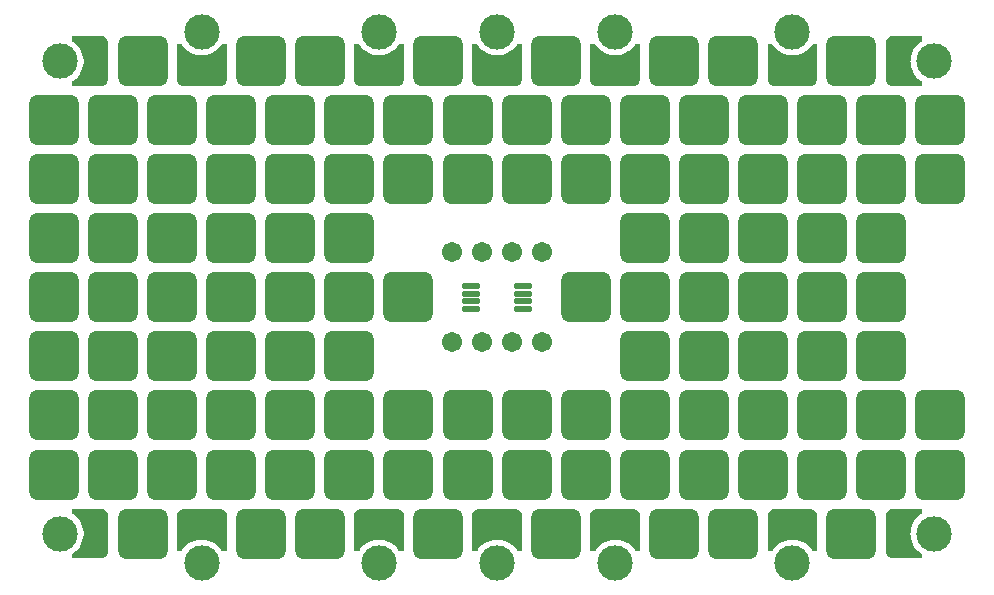
<source format=gbs>
G04*
G04 #@! TF.GenerationSoftware,Altium Limited,Altium Designer,24.6.1 (21)*
G04*
G04 Layer_Color=16711935*
%FSLAX44Y44*%
%MOMM*%
G71*
G04*
G04 #@! TF.SameCoordinates,58C917F4-F435-4438-9918-92646441EF77*
G04*
G04*
G04 #@! TF.FilePolarity,Negative*
G04*
G01*
G75*
%ADD16C,1.7032*%
G04:AMPARAMS|DCode=17|XSize=4.2mm|YSize=4.2mm|CornerRadius=0.6mm|HoleSize=0mm|Usage=FLASHONLY|Rotation=0.000|XOffset=0mm|YOffset=0mm|HoleType=Round|Shape=RoundedRectangle|*
%AMROUNDEDRECTD17*
21,1,4.2000,3.0000,0,0,0.0*
21,1,3.0000,4.2000,0,0,0.0*
1,1,1.2000,1.5000,-1.5000*
1,1,1.2000,-1.5000,-1.5000*
1,1,1.2000,-1.5000,1.5000*
1,1,1.2000,1.5000,1.5000*
%
%ADD17ROUNDEDRECTD17*%
%ADD18C,3.0000*%
G04:AMPARAMS|DCode=25|XSize=0.48mm|YSize=1.55mm|CornerRadius=0.145mm|HoleSize=0mm|Usage=FLASHONLY|Rotation=90.000|XOffset=0mm|YOffset=0mm|HoleType=Round|Shape=RoundedRectangle|*
%AMROUNDEDRECTD25*
21,1,0.4800,1.2600,0,0,90.0*
21,1,0.1900,1.5500,0,0,90.0*
1,1,0.2900,0.6300,0.0950*
1,1,0.2900,0.6300,-0.0950*
1,1,0.2900,-0.6300,-0.0950*
1,1,0.2900,-0.6300,0.0950*
%
%ADD25ROUNDEDRECTD25*%
G36*
X759750Y-32826D02*
X758664Y-33523D01*
X756637Y-35120D01*
X754833Y-36964D01*
X753281Y-39025D01*
X752007Y-41268D01*
X751032Y-43657D01*
X750374Y-46151D01*
X750042Y-48710D01*
X750000Y-50000D01*
X750042Y-51290D01*
X750374Y-53849D01*
X751032Y-56343D01*
X752007Y-58732D01*
X753281Y-60975D01*
X754833Y-63036D01*
X756637Y-64880D01*
X758664Y-66477D01*
X759750Y-67174D01*
X759750Y-67174D01*
Y-71000D01*
X735000D01*
X733807Y-71000D01*
X731601Y-70087D01*
X729913Y-68399D01*
X729000Y-66193D01*
X729000Y-65000D01*
Y-50000D01*
X729000Y-35000D01*
X729000Y-33807D01*
X729913Y-31601D01*
X731601Y-29913D01*
X733807Y-29000D01*
X735000Y-29000D01*
X735000Y-29000D01*
X759750D01*
Y-32826D01*
D02*
G37*
G36*
X421000Y-65000D02*
Y-66193D01*
X420087Y-68399D01*
X418399Y-70086D01*
X416194Y-71000D01*
X383806D01*
X381601Y-70086D01*
X379913Y-68399D01*
X379000Y-66193D01*
Y-65000D01*
Y-35250D01*
X382826D01*
X383523Y-36336D01*
X385120Y-38363D01*
X386964Y-40167D01*
X389025Y-41719D01*
X391268Y-42993D01*
X393657Y-43967D01*
X396152Y-44626D01*
X398710Y-44958D01*
X400000Y-45000D01*
X401290Y-44958D01*
X403848Y-44626D01*
X406343Y-43967D01*
X408732Y-42993D01*
X410975Y-41719D01*
X413036Y-40167D01*
X414880Y-38363D01*
X416477Y-36336D01*
X417174Y-35250D01*
X421000Y-35250D01*
Y-65000D01*
D02*
G37*
G36*
X671000D02*
Y-66193D01*
X670087Y-68399D01*
X668399Y-70086D01*
X666193Y-71000D01*
X633806D01*
X631601Y-70086D01*
X629913Y-68399D01*
X629000Y-66193D01*
Y-65000D01*
Y-35250D01*
X632826D01*
X633523Y-36336D01*
X635120Y-38363D01*
X636964Y-40167D01*
X639025Y-41719D01*
X641268Y-42993D01*
X643657Y-43967D01*
X646152Y-44626D01*
X648710Y-44958D01*
X650000Y-45000D01*
Y-45000D01*
X650000D01*
X650000D01*
D01*
X651290Y-44958D01*
X653848Y-44626D01*
X656343Y-43968D01*
X658732Y-42993D01*
X660975Y-41719D01*
X663036Y-40167D01*
X664880Y-38363D01*
X666477Y-36336D01*
X667174Y-35250D01*
X671000Y-35250D01*
Y-65000D01*
D02*
G37*
G36*
X521000D02*
Y-66193D01*
X520087Y-68399D01*
X518399Y-70086D01*
X516194Y-71000D01*
X483806D01*
X481601Y-70086D01*
X479913Y-68399D01*
X479000Y-66193D01*
Y-65000D01*
Y-35250D01*
X482826D01*
X483523Y-36336D01*
X485120Y-38363D01*
X486964Y-40167D01*
X489025Y-41719D01*
X491268Y-42993D01*
X493657Y-43967D01*
X496152Y-44626D01*
X498710Y-44958D01*
X500000Y-45000D01*
Y-45000D01*
X500000D01*
X500000D01*
D01*
X501290Y-44958D01*
X503848Y-44626D01*
X506343Y-43968D01*
X508732Y-42993D01*
X510975Y-41719D01*
X513036Y-40167D01*
X514880Y-38363D01*
X516477Y-36336D01*
X517174Y-35250D01*
X521000Y-35250D01*
Y-65000D01*
D02*
G37*
G36*
X321000D02*
Y-66193D01*
X320087Y-68399D01*
X318399Y-70086D01*
X316194Y-71000D01*
X283806D01*
X281601Y-70086D01*
X279913Y-68399D01*
X279000Y-66193D01*
Y-65000D01*
Y-35250D01*
X282826D01*
X283523Y-36336D01*
X285120Y-38363D01*
X286964Y-40167D01*
X289025Y-41719D01*
X291268Y-42993D01*
X293657Y-43967D01*
X296152Y-44626D01*
X298710Y-44958D01*
X300000Y-45000D01*
Y-45000D01*
X300000D01*
X300000D01*
D01*
X301290Y-44958D01*
X303848Y-44626D01*
X306343Y-43968D01*
X308732Y-42993D01*
X310975Y-41719D01*
X313036Y-40167D01*
X314880Y-38363D01*
X316477Y-36336D01*
X317174Y-35250D01*
X321000Y-35250D01*
Y-65000D01*
D02*
G37*
G36*
X171000D02*
Y-66193D01*
X170087Y-68399D01*
X168399Y-70086D01*
X166194Y-71000D01*
X133806D01*
X131601Y-70086D01*
X129913Y-68399D01*
X129000Y-66193D01*
Y-65000D01*
Y-35250D01*
X132826D01*
X133523Y-36336D01*
X135120Y-38363D01*
X136964Y-40167D01*
X139025Y-41719D01*
X141268Y-42993D01*
X143657Y-43967D01*
X146152Y-44626D01*
X148710Y-44958D01*
X150000Y-45000D01*
Y-45000D01*
X150000D01*
X150000D01*
D01*
X151290Y-44958D01*
X153848Y-44626D01*
X156343Y-43968D01*
X158732Y-42993D01*
X160975Y-41719D01*
X163036Y-40167D01*
X164880Y-38363D01*
X166477Y-36336D01*
X167174Y-35250D01*
X171000Y-35250D01*
Y-65000D01*
D02*
G37*
G36*
X65000Y-29000D02*
X66193Y-29000D01*
X68399Y-29913D01*
X70087Y-31601D01*
X71000Y-33807D01*
X71000Y-35000D01*
X71000Y-50000D01*
Y-65000D01*
X71000D01*
X71000Y-66193D01*
X70087Y-68399D01*
X68399Y-70087D01*
X66193Y-71000D01*
X65000Y-71000D01*
X40250D01*
Y-67174D01*
X41336Y-66477D01*
X43363Y-64880D01*
X45167Y-63036D01*
X46719Y-60975D01*
X47993Y-58732D01*
X48967Y-56343D01*
X49626Y-53849D01*
X49958Y-51290D01*
X50000Y-50000D01*
X50000D01*
X49958Y-48710D01*
X49626Y-46151D01*
X48967Y-43657D01*
X47993Y-41268D01*
X46719Y-39025D01*
X45167Y-36964D01*
X43363Y-35120D01*
X41336Y-33523D01*
X40250Y-32826D01*
X40250Y-29000D01*
X65000D01*
Y-29000D01*
D02*
G37*
G36*
X759750Y-432826D02*
X759750D01*
X758664Y-433523D01*
X756637Y-435120D01*
X754833Y-436964D01*
X753280Y-439025D01*
X752007Y-441268D01*
X751032Y-443657D01*
X750374Y-446152D01*
X750042Y-448710D01*
X750000Y-450000D01*
X750042Y-451290D01*
X750374Y-453848D01*
X751032Y-456343D01*
X752007Y-458732D01*
X753281Y-460975D01*
X754833Y-463036D01*
X756637Y-464880D01*
X758664Y-466477D01*
X759750Y-467174D01*
Y-471000D01*
X735000D01*
X735000Y-471000D01*
X733807Y-471000D01*
X731601Y-470087D01*
X729913Y-468399D01*
X729000Y-466194D01*
X729000Y-465000D01*
X729000Y-450000D01*
Y-435000D01*
X729000Y-433806D01*
X729913Y-431601D01*
X731601Y-429913D01*
X733807Y-429000D01*
X735000Y-429000D01*
X759750Y-429000D01*
Y-432826D01*
D02*
G37*
G36*
X68399Y-429913D02*
X70086Y-431601D01*
X71000Y-433806D01*
X71000Y-435000D01*
X71000D01*
Y-450000D01*
X71000Y-465000D01*
X71000Y-466194D01*
X70086Y-468399D01*
X68399Y-470087D01*
X66193Y-471000D01*
X65000Y-471000D01*
Y-471000D01*
X40250D01*
X40250Y-467174D01*
X41336Y-466477D01*
X43363Y-464880D01*
X45167Y-463036D01*
X46719Y-460975D01*
X47993Y-458732D01*
X48967Y-456343D01*
X49626Y-453848D01*
X49958Y-451290D01*
X50000Y-450000D01*
X50000Y-450000D01*
X49958Y-448710D01*
X49626Y-446152D01*
X48967Y-443657D01*
X47993Y-441268D01*
X46719Y-439025D01*
X45167Y-436964D01*
X43363Y-435120D01*
X41336Y-433523D01*
X40250Y-432826D01*
Y-429000D01*
X65000Y-429000D01*
X66193Y-429000D01*
X68399Y-429913D01*
D02*
G37*
G36*
X668399Y-429913D02*
X670087Y-431601D01*
X671000Y-433807D01*
Y-435000D01*
Y-464750D01*
X667174D01*
X667174Y-464750D01*
X666477Y-463664D01*
X664880Y-461637D01*
X663036Y-459833D01*
X660975Y-458281D01*
X658732Y-457007D01*
X656343Y-456032D01*
X653848Y-455374D01*
X651290Y-455042D01*
X650000Y-455000D01*
Y-455000D01*
X648710Y-455042D01*
X646152Y-455374D01*
X643657Y-456032D01*
X641268Y-457007D01*
X639025Y-458281D01*
X636964Y-459833D01*
X635120Y-461637D01*
X633523Y-463664D01*
X632826Y-464750D01*
X629000Y-464750D01*
Y-435000D01*
Y-433807D01*
X629913Y-431601D01*
X631601Y-429913D01*
X633806Y-429000D01*
X666193D01*
X668399Y-429913D01*
D02*
G37*
G36*
X518399D02*
X520087Y-431601D01*
X521000Y-433807D01*
Y-435000D01*
Y-464750D01*
X517174D01*
X517174Y-464750D01*
X516477Y-463664D01*
X514880Y-461637D01*
X513036Y-459833D01*
X510975Y-458281D01*
X508732Y-457007D01*
X506343Y-456032D01*
X503848Y-455374D01*
X501290Y-455042D01*
X500000Y-455000D01*
Y-455000D01*
X498710Y-455042D01*
X496152Y-455374D01*
X493657Y-456032D01*
X491268Y-457007D01*
X489025Y-458281D01*
X486964Y-459832D01*
X485120Y-461637D01*
X483523Y-463664D01*
X482826Y-464750D01*
X479000Y-464750D01*
Y-435000D01*
Y-433807D01*
X479913Y-431601D01*
X481601Y-429913D01*
X483806Y-429000D01*
X516194D01*
X518399Y-429913D01*
D02*
G37*
G36*
X418399D02*
X420087Y-431601D01*
X421000Y-433807D01*
Y-435000D01*
Y-464750D01*
X417174D01*
X417174Y-464750D01*
X416477Y-463664D01*
X414880Y-461637D01*
X413036Y-459833D01*
X410975Y-458281D01*
X408732Y-457007D01*
X406343Y-456032D01*
X403848Y-455374D01*
X401290Y-455042D01*
X400000Y-455000D01*
X398710Y-455042D01*
X396152Y-455374D01*
X393657Y-456032D01*
X391268Y-457007D01*
X389025Y-458281D01*
X386964Y-459833D01*
X385120Y-461637D01*
X383523Y-463664D01*
X382826Y-464750D01*
X379000Y-464750D01*
Y-435000D01*
Y-433807D01*
X379913Y-431601D01*
X381601Y-429913D01*
X383806Y-429000D01*
X416194D01*
X418399Y-429913D01*
D02*
G37*
G36*
X318399D02*
X320087Y-431601D01*
X321000Y-433807D01*
Y-435000D01*
Y-464750D01*
X317174D01*
X317174Y-464750D01*
X316477Y-463664D01*
X314880Y-461637D01*
X313036Y-459833D01*
X310975Y-458281D01*
X308732Y-457007D01*
X306343Y-456032D01*
X303848Y-455374D01*
X301290Y-455042D01*
X300000Y-455000D01*
Y-455000D01*
X298710Y-455042D01*
X296152Y-455374D01*
X293657Y-456032D01*
X291268Y-457007D01*
X289025Y-458281D01*
X286964Y-459833D01*
X285120Y-461637D01*
X283523Y-463664D01*
X282826Y-464750D01*
X279000Y-464750D01*
Y-435000D01*
Y-433807D01*
X279913Y-431601D01*
X281601Y-429913D01*
X283806Y-429000D01*
X316193D01*
X318399Y-429913D01*
D02*
G37*
G36*
X168399D02*
X170086Y-431601D01*
X171000Y-433807D01*
Y-435000D01*
Y-464750D01*
X167174D01*
X167174Y-464750D01*
X166477Y-463664D01*
X164880Y-461637D01*
X163036Y-459833D01*
X160975Y-458281D01*
X158732Y-457007D01*
X156343Y-456032D01*
X153848Y-455374D01*
X151290Y-455042D01*
X150000Y-455000D01*
Y-455000D01*
X148710Y-455042D01*
X146152Y-455374D01*
X143657Y-456032D01*
X141268Y-457007D01*
X139025Y-458281D01*
X136964Y-459833D01*
X135120Y-461637D01*
X133523Y-463664D01*
X132826Y-464750D01*
X129000Y-464750D01*
Y-435000D01*
Y-433807D01*
X129913Y-431601D01*
X131601Y-429913D01*
X133806Y-429000D01*
X166194D01*
X168399Y-429913D01*
D02*
G37*
D16*
X438100Y-211900D02*
D03*
X412700Y-211900D02*
D03*
X387300Y-211900D02*
D03*
X361900D02*
D03*
X438100Y-288100D02*
D03*
X412700D02*
D03*
X387300Y-288100D02*
D03*
X361900Y-288100D02*
D03*
D17*
X475000Y-350000D02*
D03*
X425000D02*
D03*
X375000D02*
D03*
X475000Y-250000D02*
D03*
X325000Y-150000D02*
D03*
X375000D02*
D03*
X425000D02*
D03*
X475000D02*
D03*
X325000Y-250000D02*
D03*
Y-350000D02*
D03*
X100000Y-450000D02*
D03*
X200000D02*
D03*
X250000D02*
D03*
X550000D02*
D03*
X600000D02*
D03*
X700000D02*
D03*
X450000D02*
D03*
X350000D02*
D03*
X450000Y-50000D02*
D03*
X350000D02*
D03*
X775000Y-400000D02*
D03*
X725000D02*
D03*
X525000D02*
D03*
X675000D02*
D03*
X475000D02*
D03*
X425000D02*
D03*
X375000D02*
D03*
X325000D02*
D03*
X275000D02*
D03*
X225000D02*
D03*
X175000D02*
D03*
X125000D02*
D03*
X75000D02*
D03*
X25000D02*
D03*
X625000D02*
D03*
X575000D02*
D03*
X775000Y-350000D02*
D03*
X725000D02*
D03*
X525000D02*
D03*
X675000D02*
D03*
X275000D02*
D03*
X225000D02*
D03*
X175000D02*
D03*
X125000D02*
D03*
X75000D02*
D03*
X25000D02*
D03*
X625000D02*
D03*
X575000D02*
D03*
X625000Y-150000D02*
D03*
X575000D02*
D03*
X625000Y-200000D02*
D03*
X575000D02*
D03*
X625000Y-250000D02*
D03*
X575000D02*
D03*
X225000Y-150000D02*
D03*
X175000D02*
D03*
X225000Y-200000D02*
D03*
X175000D02*
D03*
X225000Y-250000D02*
D03*
X175000D02*
D03*
X575000Y-300000D02*
D03*
X625000D02*
D03*
X25000D02*
D03*
X75000D02*
D03*
X125000D02*
D03*
X25000Y-250000D02*
D03*
X75000D02*
D03*
X125000D02*
D03*
X25000Y-200000D02*
D03*
X75000D02*
D03*
X125000D02*
D03*
X25000Y-150000D02*
D03*
X75000D02*
D03*
X125000D02*
D03*
X100000Y-50000D02*
D03*
X200000D02*
D03*
X250000D02*
D03*
X550000D02*
D03*
X600000D02*
D03*
X700000D02*
D03*
X475000Y-100000D02*
D03*
X425000D02*
D03*
X375000D02*
D03*
X325000D02*
D03*
X275000D02*
D03*
X225000D02*
D03*
X175000D02*
D03*
X125000D02*
D03*
X75000D02*
D03*
X25000D02*
D03*
X275000Y-250000D02*
D03*
Y-200000D02*
D03*
Y-150000D02*
D03*
X175000Y-300000D02*
D03*
X225000D02*
D03*
X275000D02*
D03*
X675000D02*
D03*
X525000D02*
D03*
Y-250000D02*
D03*
Y-200000D02*
D03*
Y-150000D02*
D03*
X675000Y-100000D02*
D03*
X625000D02*
D03*
X575000D02*
D03*
X525000D02*
D03*
X675000Y-150000D02*
D03*
Y-200000D02*
D03*
Y-250000D02*
D03*
X725000Y-200000D02*
D03*
Y-150000D02*
D03*
X775000D02*
D03*
X725000Y-100000D02*
D03*
X775000D02*
D03*
X725000Y-250000D02*
D03*
Y-300000D02*
D03*
D18*
X30000Y-450000D02*
D03*
X650000Y-475000D02*
D03*
X150000D02*
D03*
X300000D02*
D03*
X500000D02*
D03*
X400000D02*
D03*
X770000Y-450000D02*
D03*
X30000Y-50000D02*
D03*
X400000Y-25000D02*
D03*
X300000D02*
D03*
X500000D02*
D03*
X650000D02*
D03*
X150000D02*
D03*
X770000Y-50000D02*
D03*
D25*
X422000Y-240250D02*
D03*
X422000Y-246750D02*
D03*
Y-253250D02*
D03*
Y-259750D02*
D03*
X378000Y-240250D02*
D03*
X378000Y-246750D02*
D03*
X378000Y-253250D02*
D03*
X378000Y-259750D02*
D03*
M02*

</source>
